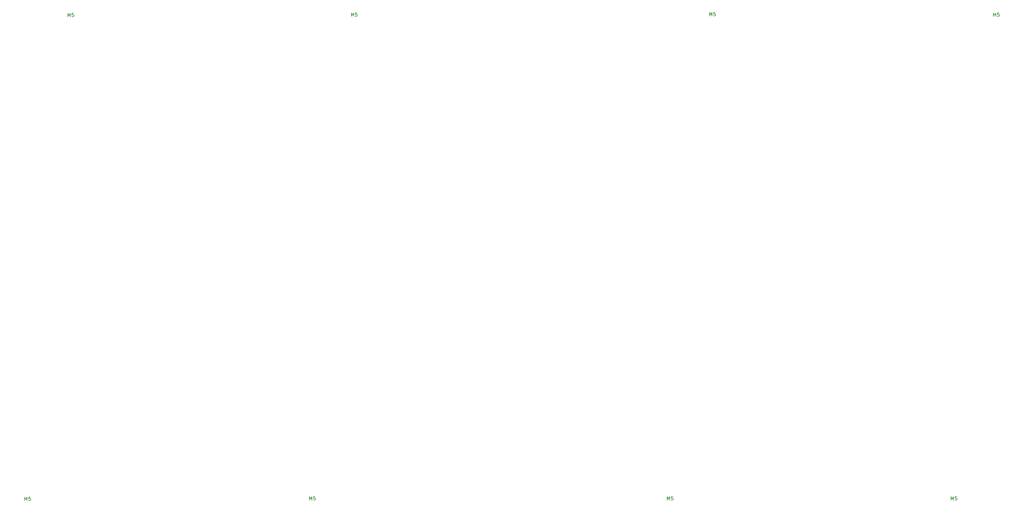
<source format=gbr>
G04 #@! TF.GenerationSoftware,KiCad,Pcbnew,5.1.6*
G04 #@! TF.CreationDate,2020-06-22T06:55:26+02:00*
G04 #@! TF.ProjectId,punk75_inner,70756e6b-3735-45f6-996e-6e65722e6b69,rev?*
G04 #@! TF.SameCoordinates,Original*
G04 #@! TF.FileFunction,Legend,Top*
G04 #@! TF.FilePolarity,Positive*
%FSLAX46Y46*%
G04 Gerber Fmt 4.6, Leading zero omitted, Abs format (unit mm)*
G04 Created by KiCad (PCBNEW 5.1.6) date 2020-06-22 06:55:26*
%MOMM*%
%LPD*%
G01*
G04 APERTURE LIST*
%ADD10C,0.150000*%
G04 APERTURE END LIST*
D10*
X357711476Y-100020380D02*
X357711476Y-99020380D01*
X358044809Y-99734666D01*
X358378142Y-99020380D01*
X358378142Y-100020380D01*
X359330523Y-99020380D02*
X358854333Y-99020380D01*
X358806714Y-99496571D01*
X358854333Y-99448952D01*
X358949571Y-99401333D01*
X359187666Y-99401333D01*
X359282904Y-99448952D01*
X359330523Y-99496571D01*
X359378142Y-99591809D01*
X359378142Y-99829904D01*
X359330523Y-99925142D01*
X359282904Y-99972761D01*
X359187666Y-100020380D01*
X358949571Y-100020380D01*
X358854333Y-99972761D01*
X358806714Y-99925142D01*
X176736476Y-100020380D02*
X176736476Y-99020380D01*
X177069809Y-99734666D01*
X177403142Y-99020380D01*
X177403142Y-100020380D01*
X178355523Y-99020380D02*
X177879333Y-99020380D01*
X177831714Y-99496571D01*
X177879333Y-99448952D01*
X177974571Y-99401333D01*
X178212666Y-99401333D01*
X178307904Y-99448952D01*
X178355523Y-99496571D01*
X178403142Y-99591809D01*
X178403142Y-99829904D01*
X178355523Y-99925142D01*
X178307904Y-99972761D01*
X178212666Y-100020380D01*
X177974571Y-100020380D01*
X177879333Y-99972761D01*
X177831714Y-99925142D01*
X96853476Y-100147380D02*
X96853476Y-99147380D01*
X97186809Y-99861666D01*
X97520142Y-99147380D01*
X97520142Y-100147380D01*
X98472523Y-99147380D02*
X97996333Y-99147380D01*
X97948714Y-99623571D01*
X97996333Y-99575952D01*
X98091571Y-99528333D01*
X98329666Y-99528333D01*
X98424904Y-99575952D01*
X98472523Y-99623571D01*
X98520142Y-99718809D01*
X98520142Y-99956904D01*
X98472523Y-100052142D01*
X98424904Y-100099761D01*
X98329666Y-100147380D01*
X98091571Y-100147380D01*
X97996333Y-100099761D01*
X97948714Y-100052142D01*
X265763476Y-236545380D02*
X265763476Y-235545380D01*
X266096809Y-236259666D01*
X266430142Y-235545380D01*
X266430142Y-236545380D01*
X267382523Y-235545380D02*
X266906333Y-235545380D01*
X266858714Y-236021571D01*
X266906333Y-235973952D01*
X267001571Y-235926333D01*
X267239666Y-235926333D01*
X267334904Y-235973952D01*
X267382523Y-236021571D01*
X267430142Y-236116809D01*
X267430142Y-236354904D01*
X267382523Y-236450142D01*
X267334904Y-236497761D01*
X267239666Y-236545380D01*
X267001571Y-236545380D01*
X266906333Y-236497761D01*
X266858714Y-236450142D01*
X164925476Y-236545380D02*
X164925476Y-235545380D01*
X165258809Y-236259666D01*
X165592142Y-235545380D01*
X165592142Y-236545380D01*
X166544523Y-235545380D02*
X166068333Y-235545380D01*
X166020714Y-236021571D01*
X166068333Y-235973952D01*
X166163571Y-235926333D01*
X166401666Y-235926333D01*
X166496904Y-235973952D01*
X166544523Y-236021571D01*
X166592142Y-236116809D01*
X166592142Y-236354904D01*
X166544523Y-236450142D01*
X166496904Y-236497761D01*
X166401666Y-236545380D01*
X166163571Y-236545380D01*
X166068333Y-236497761D01*
X166020714Y-236450142D01*
X84661476Y-236672380D02*
X84661476Y-235672380D01*
X84994809Y-236386666D01*
X85328142Y-235672380D01*
X85328142Y-236672380D01*
X86280523Y-235672380D02*
X85804333Y-235672380D01*
X85756714Y-236148571D01*
X85804333Y-236100952D01*
X85899571Y-236053333D01*
X86137666Y-236053333D01*
X86232904Y-236100952D01*
X86280523Y-236148571D01*
X86328142Y-236243809D01*
X86328142Y-236481904D01*
X86280523Y-236577142D01*
X86232904Y-236624761D01*
X86137666Y-236672380D01*
X85899571Y-236672380D01*
X85804333Y-236624761D01*
X85756714Y-236577142D01*
X345773476Y-236545380D02*
X345773476Y-235545380D01*
X346106809Y-236259666D01*
X346440142Y-235545380D01*
X346440142Y-236545380D01*
X347392523Y-235545380D02*
X346916333Y-235545380D01*
X346868714Y-236021571D01*
X346916333Y-235973952D01*
X347011571Y-235926333D01*
X347249666Y-235926333D01*
X347344904Y-235973952D01*
X347392523Y-236021571D01*
X347440142Y-236116809D01*
X347440142Y-236354904D01*
X347392523Y-236450142D01*
X347344904Y-236497761D01*
X347249666Y-236545380D01*
X347011571Y-236545380D01*
X346916333Y-236497761D01*
X346868714Y-236450142D01*
X277701476Y-99893380D02*
X277701476Y-98893380D01*
X278034809Y-99607666D01*
X278368142Y-98893380D01*
X278368142Y-99893380D01*
X279320523Y-98893380D02*
X278844333Y-98893380D01*
X278796714Y-99369571D01*
X278844333Y-99321952D01*
X278939571Y-99274333D01*
X279177666Y-99274333D01*
X279272904Y-99321952D01*
X279320523Y-99369571D01*
X279368142Y-99464809D01*
X279368142Y-99702904D01*
X279320523Y-99798142D01*
X279272904Y-99845761D01*
X279177666Y-99893380D01*
X278939571Y-99893380D01*
X278844333Y-99845761D01*
X278796714Y-99798142D01*
M02*

</source>
